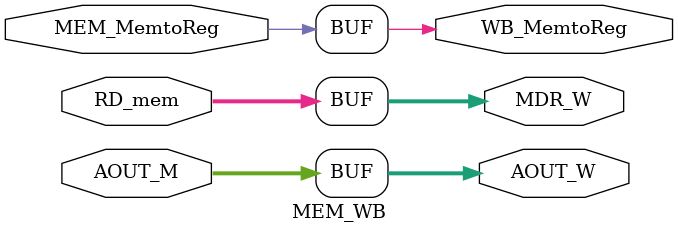
<source format=v>
module MEM_WB (RD_mem, AOUT_M, MEM_MemtoReg,
MDR_W, AOUT_W, WB_MemtoReg);
    
    input [31:0] RD_mem;
    input [31:0] AOUT_M;
    input MEM_MemtoReg;

    output reg [31:0] MDR_W;
    output reg [31:0] AOUT_W;
    output reg WB_MemtoReg;


    always @(*) begin
        MDR_W <= RD_mem;
        AOUT_W <= AOUT_M;
        WB_MemtoReg <= MEM_MemtoReg;
    end
endmodule
</source>
